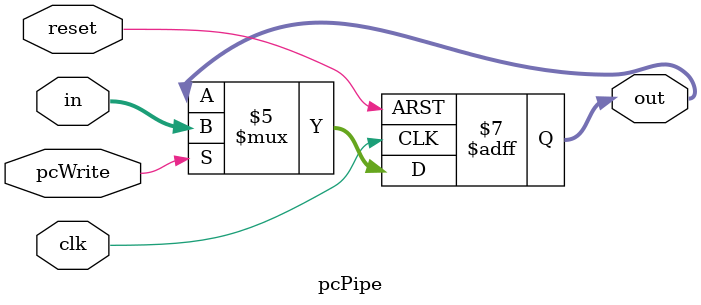
<source format=v>
`timescale 1ns / 1ps


module pcPipe(
    input clk, pcWrite, reset,
    input [31:0] in,
    output reg [31:0] out
    );
    
    initial
    begin
        out <= 32'b0;
    end
    
    always @ (posedge reset or posedge clk)
    begin
        if(reset == 1'b1)
            out <= 32'b0;
        else if(pcWrite == 1'b1)
            out <= in;
    end
    
endmodule
</source>
